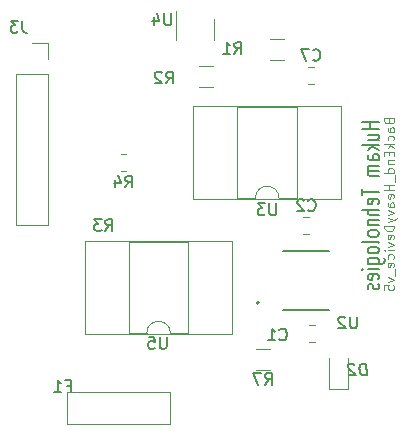
<source format=gbo>
G04 #@! TF.GenerationSoftware,KiCad,Pcbnew,5.1.7-a382d34a8~88~ubuntu18.04.1*
G04 #@! TF.CreationDate,2021-11-19T22:51:01+05:30*
G04 #@! TF.ProjectId,BackEnd_HeavyDevice_v5,4261636b-456e-4645-9f48-656176794465,rev?*
G04 #@! TF.SameCoordinates,Original*
G04 #@! TF.FileFunction,Legend,Bot*
G04 #@! TF.FilePolarity,Positive*
%FSLAX46Y46*%
G04 Gerber Fmt 4.6, Leading zero omitted, Abs format (unit mm)*
G04 Created by KiCad (PCBNEW 5.1.7-a382d34a8~88~ubuntu18.04.1) date 2021-11-19 22:51:01*
%MOMM*%
%LPD*%
G01*
G04 APERTURE LIST*
%ADD10C,0.100000*%
%ADD11C,0.150000*%
%ADD12C,0.120000*%
%ADD13C,0.200000*%
%ADD14C,0.127000*%
G04 APERTURE END LIST*
D10*
X143729717Y-109248816D02*
X143767812Y-109363101D01*
X143805907Y-109401197D01*
X143882098Y-109439292D01*
X143996383Y-109439292D01*
X144072574Y-109401197D01*
X144110669Y-109363101D01*
X144148764Y-109286911D01*
X144148764Y-108982149D01*
X143348764Y-108982149D01*
X143348764Y-109248816D01*
X143386860Y-109325006D01*
X143424955Y-109363101D01*
X143501145Y-109401197D01*
X143577336Y-109401197D01*
X143653526Y-109363101D01*
X143691621Y-109325006D01*
X143729717Y-109248816D01*
X143729717Y-108982149D01*
X144148764Y-110125006D02*
X143729717Y-110125006D01*
X143653526Y-110086911D01*
X143615431Y-110010720D01*
X143615431Y-109858340D01*
X143653526Y-109782149D01*
X144110669Y-110125006D02*
X144148764Y-110048816D01*
X144148764Y-109858340D01*
X144110669Y-109782149D01*
X144034479Y-109744054D01*
X143958288Y-109744054D01*
X143882098Y-109782149D01*
X143844002Y-109858340D01*
X143844002Y-110048816D01*
X143805907Y-110125006D01*
X144110669Y-110848816D02*
X144148764Y-110772625D01*
X144148764Y-110620244D01*
X144110669Y-110544054D01*
X144072574Y-110505959D01*
X143996383Y-110467863D01*
X143767812Y-110467863D01*
X143691621Y-110505959D01*
X143653526Y-110544054D01*
X143615431Y-110620244D01*
X143615431Y-110772625D01*
X143653526Y-110848816D01*
X144148764Y-111191673D02*
X143348764Y-111191673D01*
X143844002Y-111267863D02*
X144148764Y-111496435D01*
X143615431Y-111496435D02*
X143920193Y-111191673D01*
X143729717Y-111839292D02*
X143729717Y-112105959D01*
X144148764Y-112220244D02*
X144148764Y-111839292D01*
X143348764Y-111839292D01*
X143348764Y-112220244D01*
X143615431Y-112563101D02*
X144148764Y-112563101D01*
X143691621Y-112563101D02*
X143653526Y-112601197D01*
X143615431Y-112677387D01*
X143615431Y-112791673D01*
X143653526Y-112867863D01*
X143729717Y-112905959D01*
X144148764Y-112905959D01*
X144148764Y-113629768D02*
X143348764Y-113629768D01*
X144110669Y-113629768D02*
X144148764Y-113553578D01*
X144148764Y-113401197D01*
X144110669Y-113325006D01*
X144072574Y-113286911D01*
X143996383Y-113248816D01*
X143767812Y-113248816D01*
X143691621Y-113286911D01*
X143653526Y-113325006D01*
X143615431Y-113401197D01*
X143615431Y-113553578D01*
X143653526Y-113629768D01*
X144224955Y-113820244D02*
X144224955Y-114429768D01*
X144148764Y-114620244D02*
X143348764Y-114620244D01*
X143729717Y-114620244D02*
X143729717Y-115077387D01*
X144148764Y-115077387D02*
X143348764Y-115077387D01*
X144110669Y-115763101D02*
X144148764Y-115686911D01*
X144148764Y-115534530D01*
X144110669Y-115458340D01*
X144034479Y-115420244D01*
X143729717Y-115420244D01*
X143653526Y-115458340D01*
X143615431Y-115534530D01*
X143615431Y-115686911D01*
X143653526Y-115763101D01*
X143729717Y-115801197D01*
X143805907Y-115801197D01*
X143882098Y-115420244D01*
X144148764Y-116486911D02*
X143729717Y-116486911D01*
X143653526Y-116448816D01*
X143615431Y-116372625D01*
X143615431Y-116220244D01*
X143653526Y-116144054D01*
X144110669Y-116486911D02*
X144148764Y-116410720D01*
X144148764Y-116220244D01*
X144110669Y-116144054D01*
X144034479Y-116105959D01*
X143958288Y-116105959D01*
X143882098Y-116144054D01*
X143844002Y-116220244D01*
X143844002Y-116410720D01*
X143805907Y-116486911D01*
X143615431Y-116791673D02*
X144148764Y-116982149D01*
X143615431Y-117172625D01*
X143615431Y-117401197D02*
X144148764Y-117591673D01*
X143615431Y-117782149D02*
X144148764Y-117591673D01*
X144339240Y-117515482D01*
X144377336Y-117477387D01*
X144415431Y-117401197D01*
X144148764Y-118086911D02*
X143348764Y-118086911D01*
X143348764Y-118277387D01*
X143386860Y-118391673D01*
X143463050Y-118467863D01*
X143539240Y-118505959D01*
X143691621Y-118544054D01*
X143805907Y-118544054D01*
X143958288Y-118505959D01*
X144034479Y-118467863D01*
X144110669Y-118391673D01*
X144148764Y-118277387D01*
X144148764Y-118086911D01*
X144110669Y-119191673D02*
X144148764Y-119115482D01*
X144148764Y-118963101D01*
X144110669Y-118886911D01*
X144034479Y-118848816D01*
X143729717Y-118848816D01*
X143653526Y-118886911D01*
X143615431Y-118963101D01*
X143615431Y-119115482D01*
X143653526Y-119191673D01*
X143729717Y-119229768D01*
X143805907Y-119229768D01*
X143882098Y-118848816D01*
X143615431Y-119496435D02*
X144148764Y-119686911D01*
X143615431Y-119877387D01*
X144148764Y-120182149D02*
X143615431Y-120182149D01*
X143348764Y-120182149D02*
X143386860Y-120144054D01*
X143424955Y-120182149D01*
X143386860Y-120220244D01*
X143348764Y-120182149D01*
X143424955Y-120182149D01*
X144110669Y-120905959D02*
X144148764Y-120829768D01*
X144148764Y-120677387D01*
X144110669Y-120601197D01*
X144072574Y-120563101D01*
X143996383Y-120525006D01*
X143767812Y-120525006D01*
X143691621Y-120563101D01*
X143653526Y-120601197D01*
X143615431Y-120677387D01*
X143615431Y-120829768D01*
X143653526Y-120905959D01*
X144110669Y-121553578D02*
X144148764Y-121477387D01*
X144148764Y-121325006D01*
X144110669Y-121248816D01*
X144034479Y-121210720D01*
X143729717Y-121210720D01*
X143653526Y-121248816D01*
X143615431Y-121325006D01*
X143615431Y-121477387D01*
X143653526Y-121553578D01*
X143729717Y-121591673D01*
X143805907Y-121591673D01*
X143882098Y-121210720D01*
X144224955Y-121744054D02*
X144224955Y-122353578D01*
X143615431Y-122467863D02*
X144148764Y-122658340D01*
X143615431Y-122848816D01*
X143348764Y-123534530D02*
X143348764Y-123153578D01*
X143729717Y-123115482D01*
X143691621Y-123153578D01*
X143653526Y-123229768D01*
X143653526Y-123420244D01*
X143691621Y-123496435D01*
X143729717Y-123534530D01*
X143805907Y-123572625D01*
X143996383Y-123572625D01*
X144072574Y-123534530D01*
X144110669Y-123496435D01*
X144148764Y-123420244D01*
X144148764Y-123229768D01*
X144110669Y-123153578D01*
X144072574Y-123115482D01*
D11*
X142913491Y-109345340D02*
X141413491Y-109345340D01*
X142127777Y-109345340D02*
X142127777Y-109916769D01*
X142913491Y-109916769D02*
X141413491Y-109916769D01*
X141913491Y-110821531D02*
X142913491Y-110821531D01*
X141913491Y-110392960D02*
X142699205Y-110392960D01*
X142842062Y-110440579D01*
X142913491Y-110535817D01*
X142913491Y-110678674D01*
X142842062Y-110773912D01*
X142770634Y-110821531D01*
X142913491Y-111297721D02*
X141413491Y-111297721D01*
X142342062Y-111392960D02*
X142913491Y-111678674D01*
X141913491Y-111678674D02*
X142484920Y-111297721D01*
X142913491Y-112535817D02*
X142127777Y-112535817D01*
X141984920Y-112488198D01*
X141913491Y-112392960D01*
X141913491Y-112202483D01*
X141984920Y-112107245D01*
X142842062Y-112535817D02*
X142913491Y-112440579D01*
X142913491Y-112202483D01*
X142842062Y-112107245D01*
X142699205Y-112059626D01*
X142556348Y-112059626D01*
X142413491Y-112107245D01*
X142342062Y-112202483D01*
X142342062Y-112440579D01*
X142270634Y-112535817D01*
X142913491Y-113012007D02*
X141913491Y-113012007D01*
X142056348Y-113012007D02*
X141984920Y-113059626D01*
X141913491Y-113154864D01*
X141913491Y-113297721D01*
X141984920Y-113392960D01*
X142127777Y-113440579D01*
X142913491Y-113440579D01*
X142127777Y-113440579D02*
X141984920Y-113488198D01*
X141913491Y-113583436D01*
X141913491Y-113726293D01*
X141984920Y-113821531D01*
X142127777Y-113869150D01*
X142913491Y-113869150D01*
X141413491Y-114964388D02*
X141413491Y-115535817D01*
X142913491Y-115250102D02*
X141413491Y-115250102D01*
X142842062Y-116250102D02*
X142913491Y-116154864D01*
X142913491Y-115964388D01*
X142842062Y-115869150D01*
X142699205Y-115821531D01*
X142127777Y-115821531D01*
X141984920Y-115869150D01*
X141913491Y-115964388D01*
X141913491Y-116154864D01*
X141984920Y-116250102D01*
X142127777Y-116297721D01*
X142270634Y-116297721D01*
X142413491Y-115821531D01*
X142913491Y-116726293D02*
X141413491Y-116726293D01*
X142913491Y-117154864D02*
X142127777Y-117154864D01*
X141984920Y-117107245D01*
X141913491Y-117012007D01*
X141913491Y-116869150D01*
X141984920Y-116773912D01*
X142056348Y-116726293D01*
X141913491Y-117631055D02*
X142913491Y-117631055D01*
X142056348Y-117631055D02*
X141984920Y-117678674D01*
X141913491Y-117773912D01*
X141913491Y-117916769D01*
X141984920Y-118012007D01*
X142127777Y-118059626D01*
X142913491Y-118059626D01*
X142913491Y-118678674D02*
X142842062Y-118583436D01*
X142770634Y-118535817D01*
X142627777Y-118488198D01*
X142199205Y-118488198D01*
X142056348Y-118535817D01*
X141984920Y-118583436D01*
X141913491Y-118678674D01*
X141913491Y-118821531D01*
X141984920Y-118916769D01*
X142056348Y-118964388D01*
X142199205Y-119012007D01*
X142627777Y-119012007D01*
X142770634Y-118964388D01*
X142842062Y-118916769D01*
X142913491Y-118821531D01*
X142913491Y-118678674D01*
X142913491Y-119583436D02*
X142842062Y-119488198D01*
X142699205Y-119440579D01*
X141413491Y-119440579D01*
X142913491Y-120107245D02*
X142842062Y-120012007D01*
X142770634Y-119964388D01*
X142627777Y-119916769D01*
X142199205Y-119916769D01*
X142056348Y-119964388D01*
X141984920Y-120012007D01*
X141913491Y-120107245D01*
X141913491Y-120250102D01*
X141984920Y-120345340D01*
X142056348Y-120392960D01*
X142199205Y-120440579D01*
X142627777Y-120440579D01*
X142770634Y-120392960D01*
X142842062Y-120345340D01*
X142913491Y-120250102D01*
X142913491Y-120107245D01*
X141913491Y-121297721D02*
X143127777Y-121297721D01*
X143270634Y-121250102D01*
X143342062Y-121202483D01*
X143413491Y-121107245D01*
X143413491Y-120964388D01*
X143342062Y-120869150D01*
X142842062Y-121297721D02*
X142913491Y-121202483D01*
X142913491Y-121012007D01*
X142842062Y-120916769D01*
X142770634Y-120869150D01*
X142627777Y-120821531D01*
X142199205Y-120821531D01*
X142056348Y-120869150D01*
X141984920Y-120916769D01*
X141913491Y-121012007D01*
X141913491Y-121202483D01*
X141984920Y-121297721D01*
X142913491Y-121773912D02*
X141913491Y-121773912D01*
X141413491Y-121773912D02*
X141484920Y-121726293D01*
X141556348Y-121773912D01*
X141484920Y-121821531D01*
X141413491Y-121773912D01*
X141556348Y-121773912D01*
X142842062Y-122631055D02*
X142913491Y-122535817D01*
X142913491Y-122345340D01*
X142842062Y-122250102D01*
X142699205Y-122202483D01*
X142127777Y-122202483D01*
X141984920Y-122250102D01*
X141913491Y-122345340D01*
X141913491Y-122535817D01*
X141984920Y-122631055D01*
X142127777Y-122678674D01*
X142270634Y-122678674D01*
X142413491Y-122202483D01*
X142842062Y-123059626D02*
X142913491Y-123154864D01*
X142913491Y-123345340D01*
X142842062Y-123440579D01*
X142699205Y-123488198D01*
X142627777Y-123488198D01*
X142484920Y-123440579D01*
X142413491Y-123345340D01*
X142413491Y-123202483D01*
X142342062Y-123107245D01*
X142199205Y-123059626D01*
X142127777Y-123059626D01*
X141984920Y-123107245D01*
X141913491Y-123202483D01*
X141913491Y-123345340D01*
X141984920Y-123440579D01*
D12*
X137395252Y-104622000D02*
X136872748Y-104622000D01*
X137395252Y-106092000D02*
X136872748Y-106092000D01*
X136987252Y-117339000D02*
X136464748Y-117339000D01*
X136987252Y-118809000D02*
X136464748Y-118809000D01*
X137485252Y-126476000D02*
X136962748Y-126476000D01*
X137485252Y-127946000D02*
X136962748Y-127946000D01*
D13*
X132711000Y-124610000D02*
G75*
G03*
X132711000Y-124610000I-100000J0D01*
G01*
D14*
X134725000Y-125265000D02*
X138625000Y-125265000D01*
X134725000Y-120215000D02*
X138625000Y-120215000D01*
D12*
X121027936Y-112016000D02*
X121482064Y-112016000D01*
X121027936Y-113486000D02*
X121482064Y-113486000D01*
X116486000Y-134878000D02*
X125226000Y-134878000D01*
X116486000Y-134878000D02*
X116486000Y-132162000D01*
X125226000Y-132162000D02*
X125226000Y-134878000D01*
X125226000Y-132162000D02*
X116486000Y-132162000D01*
X140233000Y-131917000D02*
X138633000Y-131917000D01*
X138633000Y-131917000D02*
X138633000Y-129317000D01*
X140233000Y-131917000D02*
X140233000Y-129317000D01*
X133661000Y-104032000D02*
X134861000Y-104032000D01*
X134861000Y-102272000D02*
X133661000Y-102272000D01*
X128859000Y-104594000D02*
X127659000Y-104594000D01*
X127659000Y-106354000D02*
X128859000Y-106354000D01*
X133668000Y-128518000D02*
X132468000Y-128518000D01*
X132468000Y-130278000D02*
X133668000Y-130278000D01*
X132416000Y-115760000D02*
X130881000Y-115760000D01*
X130881000Y-115760000D02*
X130881000Y-108020000D01*
X130881000Y-108020000D02*
X135951000Y-108020000D01*
X135951000Y-108020000D02*
X135951000Y-115760000D01*
X135951000Y-115760000D02*
X134416000Y-115760000D01*
X127181000Y-115820000D02*
X127181000Y-107960000D01*
X127181000Y-107960000D02*
X139651000Y-107960000D01*
X139651000Y-107960000D02*
X139651000Y-115820000D01*
X139651000Y-115820000D02*
X127181000Y-115820000D01*
X134416000Y-115760000D02*
G75*
G03*
X132416000Y-115760000I-1000000J0D01*
G01*
X125697000Y-102374000D02*
X125697000Y-99924000D01*
X128917000Y-100574000D02*
X128917000Y-102374000D01*
X130456000Y-127252000D02*
X117986000Y-127252000D01*
X130456000Y-119392000D02*
X130456000Y-127252000D01*
X117986000Y-119392000D02*
X130456000Y-119392000D01*
X117986000Y-127252000D02*
X117986000Y-119392000D01*
X126756000Y-127192000D02*
X125221000Y-127192000D01*
X126756000Y-119452000D02*
X126756000Y-127192000D01*
X121686000Y-119452000D02*
X126756000Y-119452000D01*
X121686000Y-127192000D02*
X121686000Y-119452000D01*
X123221000Y-127192000D02*
X121686000Y-127192000D01*
X125221000Y-127192000D02*
G75*
G03*
X123221000Y-127192000I-1000000J0D01*
G01*
X114845000Y-117997000D02*
X112185000Y-117997000D01*
X114845000Y-105237000D02*
X114845000Y-117997000D01*
X112185000Y-105237000D02*
X112185000Y-117997000D01*
X114845000Y-105237000D02*
X112185000Y-105237000D01*
X114845000Y-103967000D02*
X114845000Y-102637000D01*
X114845000Y-102637000D02*
X113515000Y-102637000D01*
D11*
X137300666Y-104034142D02*
X137348285Y-104081761D01*
X137491142Y-104129380D01*
X137586380Y-104129380D01*
X137729238Y-104081761D01*
X137824476Y-103986523D01*
X137872095Y-103891285D01*
X137919714Y-103700809D01*
X137919714Y-103557952D01*
X137872095Y-103367476D01*
X137824476Y-103272238D01*
X137729238Y-103177000D01*
X137586380Y-103129380D01*
X137491142Y-103129380D01*
X137348285Y-103177000D01*
X137300666Y-103224619D01*
X136967333Y-103129380D02*
X136300666Y-103129380D01*
X136729238Y-104129380D01*
X136892666Y-116772522D02*
X136940285Y-116820141D01*
X137083142Y-116867760D01*
X137178380Y-116867760D01*
X137321238Y-116820141D01*
X137416476Y-116724903D01*
X137464095Y-116629665D01*
X137511714Y-116439189D01*
X137511714Y-116296332D01*
X137464095Y-116105856D01*
X137416476Y-116010618D01*
X137321238Y-115915380D01*
X137178380Y-115867760D01*
X137083142Y-115867760D01*
X136940285Y-115915380D01*
X136892666Y-115962999D01*
X136511714Y-115962999D02*
X136464095Y-115915380D01*
X136368857Y-115867760D01*
X136130761Y-115867760D01*
X136035523Y-115915380D01*
X135987904Y-115962999D01*
X135940285Y-116058237D01*
X135940285Y-116153475D01*
X135987904Y-116296332D01*
X136559333Y-116867760D01*
X135940285Y-116867760D01*
X134459506Y-127705302D02*
X134507125Y-127752921D01*
X134649982Y-127800540D01*
X134745220Y-127800540D01*
X134888078Y-127752921D01*
X134983316Y-127657683D01*
X135030935Y-127562445D01*
X135078554Y-127371969D01*
X135078554Y-127229112D01*
X135030935Y-127038636D01*
X134983316Y-126943398D01*
X134888078Y-126848160D01*
X134745220Y-126800540D01*
X134649982Y-126800540D01*
X134507125Y-126848160D01*
X134459506Y-126895779D01*
X133507125Y-127800540D02*
X134078554Y-127800540D01*
X133792840Y-127800540D02*
X133792840Y-126800540D01*
X133888078Y-126943398D01*
X133983316Y-127038636D01*
X134078554Y-127086255D01*
X141010684Y-125794100D02*
X141010684Y-126603624D01*
X140963065Y-126698862D01*
X140915446Y-126746481D01*
X140820208Y-126794100D01*
X140629732Y-126794100D01*
X140534494Y-126746481D01*
X140486875Y-126698862D01*
X140439256Y-126603624D01*
X140439256Y-125794100D01*
X140010684Y-125889339D02*
X139963065Y-125841720D01*
X139867827Y-125794100D01*
X139629732Y-125794100D01*
X139534494Y-125841720D01*
X139486875Y-125889339D01*
X139439256Y-125984577D01*
X139439256Y-126079815D01*
X139486875Y-126222672D01*
X140058303Y-126794100D01*
X139439256Y-126794100D01*
X119730666Y-118548380D02*
X120064000Y-118072190D01*
X120302095Y-118548380D02*
X120302095Y-117548380D01*
X119921142Y-117548380D01*
X119825904Y-117596000D01*
X119778285Y-117643619D01*
X119730666Y-117738857D01*
X119730666Y-117881714D01*
X119778285Y-117976952D01*
X119825904Y-118024571D01*
X119921142Y-118072190D01*
X120302095Y-118072190D01*
X119397333Y-117548380D02*
X118778285Y-117548380D01*
X119111619Y-117929333D01*
X118968761Y-117929333D01*
X118873523Y-117976952D01*
X118825904Y-118024571D01*
X118778285Y-118119809D01*
X118778285Y-118357904D01*
X118825904Y-118453142D01*
X118873523Y-118500761D01*
X118968761Y-118548380D01*
X119254476Y-118548380D01*
X119349714Y-118500761D01*
X119397333Y-118453142D01*
X121421666Y-114853380D02*
X121755000Y-114377190D01*
X121993095Y-114853380D02*
X121993095Y-113853380D01*
X121612142Y-113853380D01*
X121516904Y-113901000D01*
X121469285Y-113948619D01*
X121421666Y-114043857D01*
X121421666Y-114186714D01*
X121469285Y-114281952D01*
X121516904Y-114329571D01*
X121612142Y-114377190D01*
X121993095Y-114377190D01*
X120564523Y-114186714D02*
X120564523Y-114853380D01*
X120802619Y-113805761D02*
X121040714Y-114520047D01*
X120421666Y-114520047D01*
X116436733Y-131640271D02*
X116770066Y-131640271D01*
X116770066Y-132164080D02*
X116770066Y-131164080D01*
X116293876Y-131164080D01*
X115389114Y-132164080D02*
X115960542Y-132164080D01*
X115674828Y-132164080D02*
X115674828Y-131164080D01*
X115770066Y-131306938D01*
X115865304Y-131402176D01*
X115960542Y-131449795D01*
X141871080Y-130769380D02*
X141746080Y-129769380D01*
X141507985Y-129769380D01*
X141371080Y-129817000D01*
X141287747Y-129912238D01*
X141252032Y-130007476D01*
X141228223Y-130197952D01*
X141246080Y-130340809D01*
X141317508Y-130531285D01*
X141377032Y-130626523D01*
X141484175Y-130721761D01*
X141632985Y-130769380D01*
X141871080Y-130769380D01*
X140805604Y-129864619D02*
X140752032Y-129817000D01*
X140650842Y-129769380D01*
X140412747Y-129769380D01*
X140323461Y-129817000D01*
X140281794Y-129864619D01*
X140246080Y-129959857D01*
X140257985Y-130055095D01*
X140323461Y-130197952D01*
X140966318Y-130769380D01*
X140347270Y-130769380D01*
X130643926Y-103550980D02*
X130977260Y-103074790D01*
X131215355Y-103550980D02*
X131215355Y-102550980D01*
X130834402Y-102550980D01*
X130739164Y-102598600D01*
X130691545Y-102646219D01*
X130643926Y-102741457D01*
X130643926Y-102884314D01*
X130691545Y-102979552D01*
X130739164Y-103027171D01*
X130834402Y-103074790D01*
X131215355Y-103074790D01*
X129691545Y-103550980D02*
X130262974Y-103550980D01*
X129977260Y-103550980D02*
X129977260Y-102550980D01*
X130072498Y-102693838D01*
X130167736Y-102789076D01*
X130262974Y-102836695D01*
X124867966Y-106052880D02*
X125201300Y-105576690D01*
X125439395Y-106052880D02*
X125439395Y-105052880D01*
X125058442Y-105052880D01*
X124963204Y-105100500D01*
X124915585Y-105148119D01*
X124867966Y-105243357D01*
X124867966Y-105386214D01*
X124915585Y-105481452D01*
X124963204Y-105529071D01*
X125058442Y-105576690D01*
X125439395Y-105576690D01*
X124487014Y-105148119D02*
X124439395Y-105100500D01*
X124344157Y-105052880D01*
X124106061Y-105052880D01*
X124010823Y-105100500D01*
X123963204Y-105148119D01*
X123915585Y-105243357D01*
X123915585Y-105338595D01*
X123963204Y-105481452D01*
X124534633Y-106052880D01*
X123915585Y-106052880D01*
X133234666Y-131550380D02*
X133568000Y-131074190D01*
X133806095Y-131550380D02*
X133806095Y-130550380D01*
X133425142Y-130550380D01*
X133329904Y-130598000D01*
X133282285Y-130645619D01*
X133234666Y-130740857D01*
X133234666Y-130883714D01*
X133282285Y-130978952D01*
X133329904Y-131026571D01*
X133425142Y-131074190D01*
X133806095Y-131074190D01*
X132901333Y-130550380D02*
X132234666Y-130550380D01*
X132663238Y-131550380D01*
X134177904Y-116212380D02*
X134177904Y-117021904D01*
X134130285Y-117117142D01*
X134082666Y-117164761D01*
X133987428Y-117212380D01*
X133796952Y-117212380D01*
X133701714Y-117164761D01*
X133654095Y-117117142D01*
X133606476Y-117021904D01*
X133606476Y-116212380D01*
X133225523Y-116212380D02*
X132606476Y-116212380D01*
X132939809Y-116593333D01*
X132796952Y-116593333D01*
X132701714Y-116640952D01*
X132654095Y-116688571D01*
X132606476Y-116783809D01*
X132606476Y-117021904D01*
X132654095Y-117117142D01*
X132701714Y-117164761D01*
X132796952Y-117212380D01*
X133082666Y-117212380D01*
X133177904Y-117164761D01*
X133225523Y-117117142D01*
X125287944Y-100122740D02*
X125287944Y-100932264D01*
X125240325Y-101027502D01*
X125192706Y-101075121D01*
X125097468Y-101122740D01*
X124906992Y-101122740D01*
X124811754Y-101075121D01*
X124764135Y-101027502D01*
X124716516Y-100932264D01*
X124716516Y-100122740D01*
X123811754Y-100456074D02*
X123811754Y-101122740D01*
X124049849Y-100075121D02*
X124287944Y-100789407D01*
X123668897Y-100789407D01*
X124901624Y-127506400D02*
X124901624Y-128315924D01*
X124854005Y-128411162D01*
X124806386Y-128458781D01*
X124711148Y-128506400D01*
X124520672Y-128506400D01*
X124425434Y-128458781D01*
X124377815Y-128411162D01*
X124330196Y-128315924D01*
X124330196Y-127506400D01*
X123377815Y-127506400D02*
X123854005Y-127506400D01*
X123901624Y-127982591D01*
X123854005Y-127934972D01*
X123758767Y-127887353D01*
X123520672Y-127887353D01*
X123425434Y-127934972D01*
X123377815Y-127982591D01*
X123330196Y-128077829D01*
X123330196Y-128315924D01*
X123377815Y-128411162D01*
X123425434Y-128458781D01*
X123520672Y-128506400D01*
X123758767Y-128506400D01*
X123854005Y-128458781D01*
X123901624Y-128411162D01*
X112695173Y-100742220D02*
X112695173Y-101456506D01*
X112742792Y-101599363D01*
X112838030Y-101694601D01*
X112980887Y-101742220D01*
X113076125Y-101742220D01*
X112314220Y-100742220D02*
X111695173Y-100742220D01*
X112028506Y-101123173D01*
X111885649Y-101123173D01*
X111790411Y-101170792D01*
X111742792Y-101218411D01*
X111695173Y-101313649D01*
X111695173Y-101551744D01*
X111742792Y-101646982D01*
X111790411Y-101694601D01*
X111885649Y-101742220D01*
X112171363Y-101742220D01*
X112266601Y-101694601D01*
X112314220Y-101646982D01*
M02*

</source>
